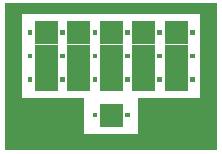
<source format=gbr>
G04 start of page 7 for group 5 idx 6 *
G04 Title: IDEF-X, Detector *
G04 Creator: pcb 1.99z *
G04 CreationDate: Mi 20 Jan 2016 16:51:45 GMT UTC *
G04 For: stephan *
G04 Format: Gerber/RS-274X *
G04 PCB-Dimensions (mil): 7874.02 3937.01 *
G04 PCB-Coordinate-Origin: lower left *
%MOIN*%
%FSLAX25Y25*%
%LNDETECTOR*%
%ADD33C,0.0001*%
G54D33*G36*
X612894Y118898D02*X614469D01*
Y117323D01*
X612894D01*
Y118898D01*
G37*
G36*
X602067D02*X603642D01*
Y117323D01*
X602067D01*
Y118898D01*
G37*
G36*
X612106Y114272D02*X604429D01*
Y121949D01*
X612106D01*
Y114272D01*
G37*
G36*
X623720Y118898D02*X625295D01*
Y117323D01*
X623720D01*
Y118898D01*
G37*
G36*
X622933Y114272D02*X615256D01*
Y121949D01*
X622933D01*
Y114272D01*
G37*
G36*
X623720Y126772D02*X625295D01*
Y125197D01*
X623720D01*
Y126772D01*
G37*
G36*
X612894D02*X614469D01*
Y125197D01*
X612894D01*
Y126772D01*
G37*
G36*
X602067D02*X603642D01*
Y125197D01*
X602067D01*
Y126772D01*
G37*
G36*
X612106Y122146D02*X604429D01*
Y129823D01*
X612106D01*
Y122146D01*
G37*
G36*
X622933D02*X615256D01*
Y129823D01*
X622933D01*
Y122146D01*
G37*
G36*
X647736Y114272D02*Y121949D01*
X655413D01*
Y114272D01*
X647736D01*
G37*
G36*
X636909D02*Y121949D01*
X644587D01*
Y114272D01*
X636909D01*
G37*
G36*
X646949Y118898D02*Y117323D01*
X645374D01*
Y118898D01*
X646949D01*
G37*
G36*
X657776D02*Y117323D01*
X656201D01*
Y118898D01*
X657776D01*
G37*
G36*
X636122D02*Y117323D01*
X634547D01*
Y118898D01*
X636122D01*
G37*
G36*
X626083Y122146D02*Y129823D01*
X633760D01*
Y122146D01*
X626083D01*
G37*
G36*
X647736D02*Y129823D01*
X655413D01*
Y122146D01*
X647736D01*
G37*
G36*
X636909D02*Y129823D01*
X644587D01*
Y122146D01*
X636909D01*
G37*
G36*
X636122Y126772D02*Y125197D01*
X634547D01*
Y126772D01*
X636122D01*
G37*
G36*
X646949D02*Y125197D01*
X645374D01*
Y126772D01*
X646949D01*
G37*
G36*
X657776D02*Y125197D01*
X656201D01*
Y126772D01*
X657776D01*
G37*
G36*
X647736Y106398D02*Y114075D01*
X655413D01*
Y106398D01*
X647736D01*
G37*
G36*
X636909D02*Y114075D01*
X644587D01*
Y106398D01*
X636909D01*
G37*
G36*
X646949Y111024D02*Y109449D01*
X645374D01*
Y111024D01*
X646949D01*
G37*
G36*
X657776D02*Y109449D01*
X656201D01*
Y111024D01*
X657776D01*
G37*
G36*
X612894D02*X614469D01*
Y109449D01*
X612894D01*
Y111024D01*
G37*
G36*
X602067D02*X603642D01*
Y109449D01*
X602067D01*
Y111024D01*
G37*
G36*
X629921Y135748D02*X665197D01*
Y86693D01*
X629921D01*
Y92205D01*
X638976D01*
Y104016D01*
X659685D01*
Y132205D01*
X629921D01*
Y135748D01*
G37*
G36*
X594646D02*X629921D01*
Y132205D01*
X600157D01*
Y104016D01*
X620866D01*
Y92205D01*
X629921D01*
Y86693D01*
X594646D01*
Y135748D01*
G37*
G36*
X626083Y114272D02*Y121949D01*
X633760D01*
Y114272D01*
X626083D01*
G37*
G36*
Y106398D02*Y114075D01*
X633760D01*
Y106398D01*
X626083D01*
G37*
G36*
X636122Y111024D02*Y109449D01*
X634547D01*
Y111024D01*
X636122D01*
G37*
G36*
X623720D02*X625295D01*
Y109449D01*
X623720D01*
Y111024D01*
G37*
G36*
Y99213D02*X625295D01*
Y97638D01*
X623720D01*
Y99213D01*
G37*
G36*
X612106Y106398D02*X604429D01*
Y114075D01*
X612106D01*
Y106398D01*
G37*
G36*
X622933D02*X615256D01*
Y114075D01*
X622933D01*
Y106398D01*
G37*
G36*
X626083Y94587D02*Y102264D01*
X633760D01*
Y94587D01*
X626083D01*
G37*
G36*
X636122Y99213D02*Y97638D01*
X634547D01*
Y99213D01*
X636122D01*
G37*
M02*

</source>
